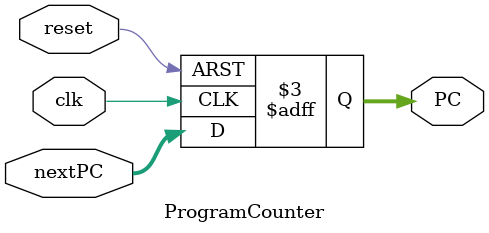
<source format=v>
`timescale 1ns / 1ps
module ProgramCounter(
    input clk,
    input reset,
    input [7:0] nextPC,
    output reg [7:0] PC
    );
	 
	 initial begin
		PC <= 8'b0;
	 end

    always @(posedge clk or posedge reset) begin
        if (reset)
            PC <= 8'b0;
        else
            PC <= nextPC;
    end
endmodule

</source>
